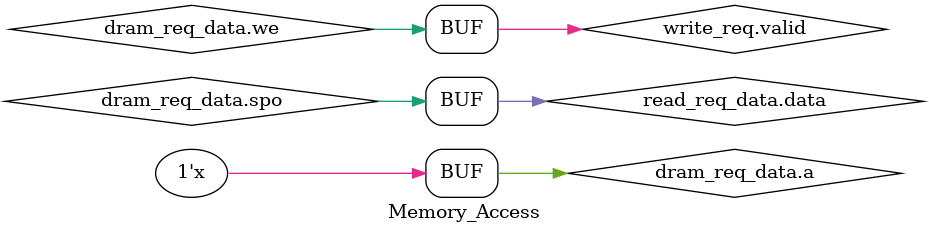
<source format=sv>
module Memory_Access(
    ram_port.R            read_req_data,
    ram_port.W            write_req,

    dram_port             dram_req_data
);

    // it can not read and write at the same time.
    // lower 16 bits are valid address
    assign dram_req_data.a = write_req.valid ? {2'b0,write_req.addr[15:2]}  // write valid, ignore rvalid
                                             : {2'b0,read_req_data.addr[15:2]}; // write invalid, ignore rvalid
    assign dram_req_data.d = write_req.data;
    assign dram_req_data.we = write_req.valid;
    assign read_req_data.data = dram_req_data.spo;

endmodule

</source>
